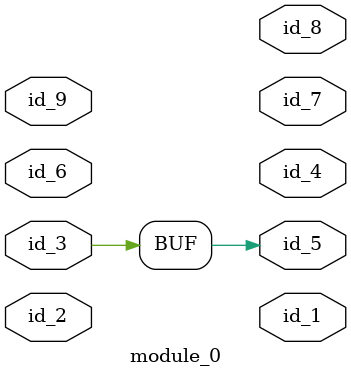
<source format=v>
module module_0 (
    id_1,
    id_2,
    id_3,
    id_4,
    id_5,
    id_6,
    id_7,
    id_8,
    id_9
);
  input id_9;
  output id_8;
  output id_7;
  inout id_6;
  output id_5;
  output id_4;
  input id_3;
  input id_2;
  output id_1;
  assign id_5 = id_3;
endmodule

</source>
